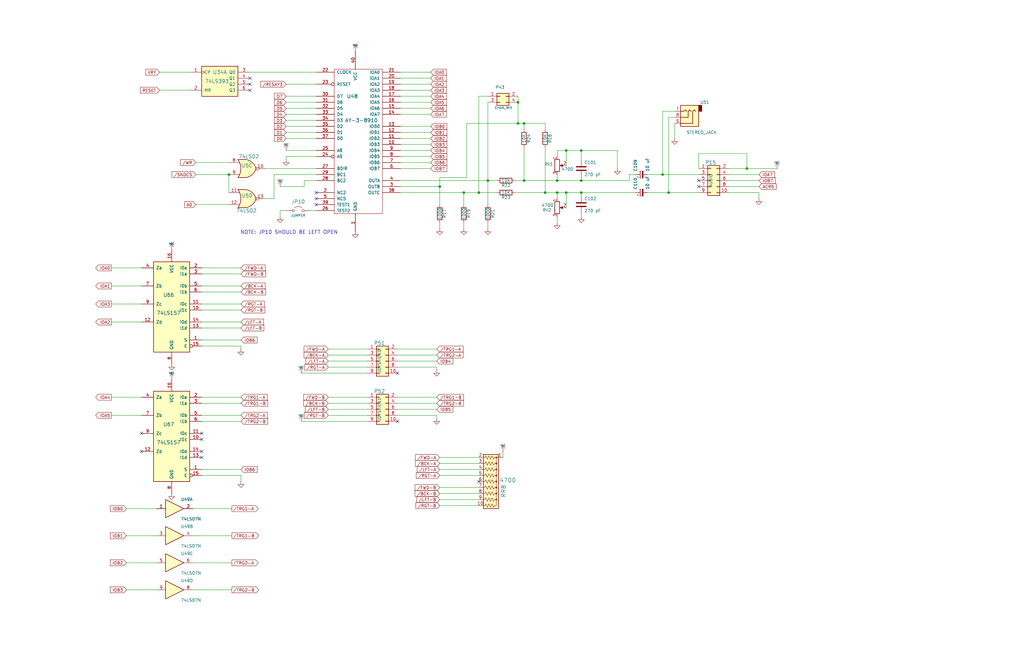
<source format=kicad_sch>
(kicad_sch (version 20250114) (generator "eeschema") (generator_version "9.0")
  (paper "USLedger")
  (title_block (title "N8PC") (date "2025-11-26") (rev "000.9") (comment 1 "https://github.com/danwerner21/N8PC") (comment 2 "Based on work by Andrew Lynch and John Coffman"))
  (lib_symbols
    (symbol "74xx:74LS02" (pin_names (offset 1.016))
      (property "Reference" "U" (at 0 1.27 0))
      (property "Value" "74LS02" (at 0 -1.27 0))
      (symbol "74LS02_1_1"
        (pin input line (at -7.62 2.54 0) (length 4.318) (name "~") (number "2"))
        (pin input line (at -7.62 -2.54 0) (length 4.318) (name "~") (number "3"))
        (pin output inverted (at 7.62 0 180) (length 3.81) (name "~") (number "1"))
      )
      (symbol "74LS02_1_2"
        (pin input inverted (at -7.62 2.54 0) (length 3.81) (name "~") (number "2"))
        (pin input inverted (at -7.62 -2.54 0) (length 3.81) (name "~") (number "3"))
        (pin output line (at 7.62 0 180) (length 3.81) (name "~") (number "1"))
      )
      (symbol "74LS02_2_1"
        (pin input line (at -7.62 2.54 0) (length 4.318) (name "~") (number "5"))
        (pin input line (at -7.62 -2.54 0) (length 4.318) (name "~") (number "6"))
        (pin output inverted (at 7.62 0 180) (length 3.81) (name "~") (number "4"))
      )
      (symbol "74LS02_2_2"
        (pin input inverted (at -7.62 2.54 0) (length 3.81) (name "~") (number "5"))
        (pin input inverted (at -7.62 -2.54 0) (length 3.81) (name "~") (number "6"))
        (pin output line (at 7.62 0 180) (length 3.81) (name "~") (number "4"))
      )
      (symbol "74LS02_3_1"
        (pin input line (at -7.62 2.54 0) (length 4.318) (name "~") (number "8"))
        (pin input line (at -7.62 -2.54 0) (length 4.318) (name "~") (number "9"))
        (pin output inverted (at 7.62 0 180) (length 3.81) (name "~") (number "10"))
      )
      (symbol "74LS02_3_2"
        (pin input inverted (at -7.62 2.54 0) (length 3.81) (name "~") (number "8"))
        (pin input inverted (at -7.62 -2.54 0) (length 3.81) (name "~") (number "9"))
        (pin output line (at 7.62 0 180) (length 3.81) (name "~") (number "10"))
      )
      (symbol "74LS02_4_1"
        (pin input line (at -7.62 2.54 0) (length 4.318) (name "~") (number "11"))
        (pin input line (at -7.62 -2.54 0) (length 4.318) (name "~") (number "12"))
        (pin output inverted (at 7.62 0 180) (length 3.81) (name "~") (number "13"))
      )
      (symbol "74LS02_4_2"
        (pin input inverted (at -7.62 2.54 0) (length 3.81) (name "~") (number "11"))
        (pin input inverted (at -7.62 -2.54 0) (length 3.81) (name "~") (number "12"))
        (pin output line (at 7.62 0 180) (length 3.81) (name "~") (number "13"))
      )
      (symbol "74LS02_5_0"
        (pin power_in line (at 0 12.7 270) (length 5.08) (name "VCC") (number "14"))
        (pin power_in line (at 0 -12.7 90) (length 5.08) (name "GND") (number "7"))
      )
    )
    (symbol "74xx:74LS07" (pin_names (offset 1.016))
      (property "Reference" "U" (at 0 1.27 0))
      (property "Value" "74LS07" (at 0 -1.27 0))
      (symbol "74LS07_1_0"
        (pin input line (at -7.62 0 0) (length 3.81) (name "~") (number "1"))
        (pin open_collector line (at 7.62 0 180) (length 3.81) (name "~") (number "2"))
      )
      (symbol "74LS07_2_0"
        (pin input line (at -7.62 0 0) (length 3.81) (name "~") (number "3"))
        (pin open_collector line (at 7.62 0 180) (length 3.81) (name "~") (number "4"))
      )
      (symbol "74LS07_3_0"
        (pin input line (at -7.62 0 0) (length 3.81) (name "~") (number "5"))
        (pin open_collector line (at 7.62 0 180) (length 3.81) (name "~") (number "6"))
      )
      (symbol "74LS07_4_0"
        (pin input line (at -7.62 0 0) (length 3.81) (name "~") (number "9"))
        (pin open_collector line (at 7.62 0 180) (length 3.81) (name "~") (number "8"))
      )
      (symbol "74LS07_5_0"
        (pin input line (at -7.62 0 0) (length 3.81) (name "~") (number "11"))
        (pin open_collector line (at 7.62 0 180) (length 3.81) (name "~") (number "10"))
      )
      (symbol "74LS07_6_0"
        (pin input line (at -7.62 0 0) (length 3.81) (name "~") (number "13"))
        (pin open_collector line (at 7.62 0 180) (length 3.81) (name "~") (number "12"))
      )
      (symbol "74LS07_7_0"
        (pin power_in line (at 0 12.7 270) (length 5.08) (name "VCC") (number "14"))
        (pin power_in line (at 0 -12.7 90) (length 5.08) (name "GND") (number "7"))
      )
    )
    (symbol "74xx:74LS157" (pin_names (offset 1.016))
      (property "Reference" "U" (at -7.62 19.05 0))
      (property "Value" "74LS157" (at -7.62 -21.59 0))
      (symbol "74LS157_1_0"
        (pin input line (at -12.7 15.24 0) (length 5.08) (name "I0a") (number "2"))
        (pin input line (at -12.7 12.7 0) (length 5.08) (name "I1a") (number "3"))
        (pin input line (at -12.7 7.62 0) (length 5.08) (name "I0b") (number "5"))
        (pin input line (at -12.7 5.08 0) (length 5.08) (name "I1b") (number "6"))
        (pin input line (at -12.7 0 0) (length 5.08) (name "I0c") (number "11"))
        (pin input line (at -12.7 -2.54 0) (length 5.08) (name "I1c") (number "10"))
        (pin input line (at -12.7 -7.62 0) (length 5.08) (name "I0d") (number "14"))
        (pin input line (at -12.7 -10.16 0) (length 5.08) (name "I1d") (number "13"))
        (pin input line (at -12.7 -15.24 0) (length 5.08) (name "S") (number "1"))
        (pin input inverted (at -12.7 -17.78 0) (length 5.08) (name "E") (number "15"))
        (pin power_in line (at 0 22.86 270) (length 5.08) (name "VCC") (number "16"))
        (pin power_in line (at 0 -25.4 90) (length 5.08) (name "GND") (number "8"))
        (pin output line (at 12.7 15.24 180) (length 5.08) (name "Za") (number "4"))
        (pin output line (at 12.7 7.62 180) (length 5.08) (name "Zb") (number "7"))
        (pin output line (at 12.7 0 180) (length 5.08) (name "Zc") (number "9"))
        (pin output line (at 12.7 -7.62 180) (length 5.08) (name "Zd") (number "12"))
      )
    )
    (symbol "74xx:74LS393" (pin_names (offset 1.016))
      (property "Reference" "U" (at -7.62 8.89 0))
      (property "Value" "74LS393" (at -7.62 -8.89 0))
      (symbol "74LS393_1_0"
        (pin input clock (at -12.7 2.54 0) (length 5.08) (name "CP") (number "1"))
        (pin input line (at -12.7 -5.08 0) (length 5.08) (name "MR") (number "2"))
        (pin output line (at 12.7 2.54 180) (length 5.08) (name "Q0") (number "3"))
        (pin output line (at 12.7 0 180) (length 5.08) (name "Q1") (number "4"))
        (pin output line (at 12.7 -2.54 180) (length 5.08) (name "Q2") (number "5"))
        (pin output line (at 12.7 -5.08 180) (length 5.08) (name "Q3") (number "6"))
      )
      (symbol "74LS393_2_0"
        (pin input clock (at -12.7 2.54 0) (length 5.08) (name "CP") (number "13"))
        (pin input line (at -12.7 -5.08 0) (length 5.08) (name "MR") (number "12"))
        (pin output line (at 12.7 2.54 180) (length 5.08) (name "Q0") (number "11"))
        (pin output line (at 12.7 0 180) (length 5.08) (name "Q1") (number "10"))
        (pin output line (at 12.7 -2.54 180) (length 5.08) (name "Q2") (number "9"))
        (pin output line (at 12.7 -5.08 180) (length 5.08) (name "Q3") (number "8"))
      )
      (symbol "74LS393_3_0"
        (pin power_in line (at 0 12.7 270) (length 5.08) (name "VCC") (number "14"))
        (pin power_in line (at 0 -12.7 90) (length 5.08) (name "GND") (number "7"))
      )
    )
    (symbol "Connector_Audio:AudioJack3"
      (property "Reference" "J" (at 0 8.89 0))
      (property "Value" "AudioJack3" (at 0 6.35 0))
      (symbol "AudioJack3_1_1"
        (pin passive line (at 5.08 2.54 180) (length 2.54) (name "~") (number "S"))
        (pin passive line (at 5.08 0 180) (length 2.54) (name "~") (number "R"))
        (pin passive line (at 5.08 -2.54 180) (length 2.54) (name "~") (number "T"))
      )
    )
    (symbol "Connector_Generic:Conn_02x02_Odd_Even" (pin_names (offset 1.016) (hide yes))
      (property "Reference" "J" (at 1.27 2.54 0))
      (property "Value" "Conn_02x02_Odd_Even" (at 1.27 -5.08 0))
      (symbol "Conn_02x02_Odd_Even_1_1"
        (pin passive line (at -5.08 0 0) (length 3.81) (name "Pin_1") (number "1"))
        (pin passive line (at -5.08 -2.54 0) (length 3.81) (name "Pin_3") (number "3"))
        (pin passive line (at 7.62 0 180) (length 3.81) (name "Pin_2") (number "2"))
        (pin passive line (at 7.62 -2.54 180) (length 3.81) (name "Pin_4") (number "4"))
      )
    )
    (symbol "Connector_Generic:Conn_02x05_Odd_Even" (pin_names (offset 1.016) (hide yes))
      (property "Reference" "J" (at 1.27 7.62 0))
      (property "Value" "Conn_02x05_Odd_Even" (at 1.27 -7.62 0))
      (symbol "Conn_02x05_Odd_Even_1_1"
        (pin passive line (at -5.08 5.08 0) (length 3.81) (name "Pin_1") (number "1"))
        (pin passive line (at -5.08 2.54 0) (length 3.81) (name "Pin_3") (number "3"))
        (pin passive line (at -5.08 0 0) (length 3.81) (name "Pin_5") (number "5"))
        (pin passive line (at -5.08 -2.54 0) (length 3.81) (name "Pin_7") (number "7"))
        (pin passive line (at -5.08 -5.08 0) (length 3.81) (name "Pin_9") (number "9"))
        (pin passive line (at 7.62 5.08 180) (length 3.81) (name "Pin_2") (number "2"))
        (pin passive line (at 7.62 2.54 180) (length 3.81) (name "Pin_4") (number "4"))
        (pin passive line (at 7.62 0 180) (length 3.81) (name "Pin_6") (number "6"))
        (pin passive line (at 7.62 -2.54 180) (length 3.81) (name "Pin_8") (number "8"))
        (pin passive line (at 7.62 -5.08 180) (length 3.81) (name "Pin_10") (number "10"))
      )
    )
    (symbol "Custom:AY-3-8910" (pin_names (offset 1.016))
      (property "Reference" "U48" (at -2.54 19.05 0))
      (property "Value" "AY-3-8910" (at 1.27 8.89 0))
      (symbol "AY-3-8910_1_1"
        (pin input line (at -17.78 29.21 0) (length 7.62) (name "CLOCK") (number "22"))
        (pin input inverted (at -17.78 24.13 0) (length 7.62) (name "RESET") (number "23"))
        (pin bidirectional line (at -17.78 19.05 0) (length 7.62) (name "D7") (number "30"))
        (pin bidirectional line (at -17.78 16.51 0) (length 7.62) (name "D6") (number "31"))
        (pin bidirectional line (at -17.78 13.97 0) (length 7.62) (name "D5") (number "32"))
        (pin bidirectional line (at -17.78 11.43 0) (length 7.62) (name "D4") (number "33"))
        (pin bidirectional line (at -17.78 8.89 0) (length 7.62) (name "D3") (number "34"))
        (pin bidirectional line (at -17.78 6.35 0) (length 7.62) (name "D2") (number "35"))
        (pin bidirectional line (at -17.78 3.81 0) (length 7.62) (name "D1") (number "36"))
        (pin bidirectional line (at -17.78 1.27 0) (length 7.62) (name "D0") (number "37"))
        (pin input line (at -17.78 -3.81 0) (length 7.62) (name "A8") (number "25"))
        (pin input inverted (at -17.78 -6.35 0) (length 7.62) (name "A9") (number "24"))
        (pin input line (at -17.78 -11.43 0) (length 7.62) (name "BDIR") (number "27"))
        (pin input line (at -17.78 -13.97 0) (length 7.62) (name "BC1") (number "29"))
        (pin input line (at -17.78 -16.51 0) (length 7.62) (name "BC2") (number "28"))
        (pin input line (at -17.78 -21.59 0) (length 7.62) (name "NC2") (number "2"))
        (pin input line (at -17.78 -24.13 0) (length 7.62) (name "NC5") (number "5"))
        (pin input line (at -17.78 -26.67 0) (length 7.62) (name "TEST1") (number "39"))
        (pin input line (at -17.78 -29.21 0) (length 7.62) (name "TEST2") (number "26"))
        (pin power_in line (at -1.27 38.1 270) (length 7.62) (name "VCC") (number "40"))
        (pin power_in line (at -1.27 -38.1 90) (length 7.62) (name "GND") (number "1"))
        (pin bidirectional line (at 17.78 29.21 180) (length 7.62) (name "IOA0") (number "21"))
        (pin bidirectional line (at 17.78 26.67 180) (length 7.62) (name "IOA1") (number "20"))
        (pin bidirectional line (at 17.78 24.13 180) (length 7.62) (name "IOA2") (number "19"))
        (pin bidirectional line (at 17.78 21.59 180) (length 7.62) (name "IOA3") (number "18"))
        (pin bidirectional line (at 17.78 19.05 180) (length 7.62) (name "IOA4") (number "17"))
        (pin bidirectional line (at 17.78 16.51 180) (length 7.62) (name "IOA5") (number "16"))
        (pin bidirectional line (at 17.78 13.97 180) (length 7.62) (name "IOA6") (number "15"))
        (pin bidirectional line (at 17.78 11.43 180) (length 7.62) (name "IOA7") (number "14"))
        (pin bidirectional line (at 17.78 6.35 180) (length 7.62) (name "IOB0") (number "13"))
        (pin bidirectional line (at 17.78 3.81 180) (length 7.62) (name "IOB1") (number "12"))
        (pin bidirectional line (at 17.78 1.27 180) (length 7.62) (name "IOB2") (number "11"))
        (pin bidirectional line (at 17.78 -1.27 180) (length 7.62) (name "IOB3") (number "10"))
        (pin bidirectional line (at 17.78 -3.81 180) (length 7.62) (name "IOB4") (number "9"))
        (pin bidirectional line (at 17.78 -6.35 180) (length 7.62) (name "IOB5") (number "8"))
        (pin bidirectional line (at 17.78 -8.89 180) (length 7.62) (name "IOB6") (number "7"))
        (pin bidirectional line (at 17.78 -11.43 180) (length 7.62) (name "IOB7") (number "6"))
        (pin output line (at 17.78 -16.51 180) (length 7.62) (name "OUTA") (number "4"))
        (pin output line (at 17.78 -19.05 180) (length 7.62) (name "OUTB") (number "3"))
        (pin output line (at 17.78 -21.59 180) (length 7.62) (name "OUTC") (number "38"))
      )
    )
    (symbol "Device:C" (pin_numbers (hide yes)) (pin_names (offset 0.254))
      (property "Reference" "C" (at 0.635 2.54 0))
      (property "Value" "C" (at 0.635 -2.54 0))
      (symbol "C_1_1"
        (pin passive line (at 0 3.81 270) (length 2.794) (name "~") (number "1"))
        (pin passive line (at 0 -3.81 90) (length 2.794) (name "~") (number "2"))
      )
    )
    (symbol "Device:C_Polarized_Small" (pin_numbers (hide yes)) (pin_names (offset 0.254) (hide yes))
      (property "Reference" "C" (at 0.254 1.778 0))
      (property "Value" "C_Polarized_Small" (at 0.254 -2.032 0))
      (symbol "C_Polarized_Small_1_1"
        (pin passive line (at 0 2.54 270) (length 1.8542) (name "~") (number "1"))
        (pin passive line (at 0 -2.54 90) (length 1.8542) (name "~") (number "2"))
      )
    )
    (symbol "Device:R" (pin_numbers (hide yes)) (pin_names (offset 0))
      (property "Reference" "R" (at 2.032 0 90))
      (property "Value" "R" (at 0 0 90))
      (symbol "R_1_1"
        (pin passive line (at 0 3.81 270) (length 1.27) (name "~") (number "1"))
        (pin passive line (at 0 -3.81 90) (length 1.27) (name "~") (number "2"))
      )
    )
    (symbol "Device:R_Network09_US" (pin_names (offset 0) (hide yes))
      (property "Reference" "RN" (at -12.7 0 90))
      (property "Value" "R_Network09_US" (at 12.7 0 90))
      (symbol "R_Network09_US_1_1"
        (pin passive line (at -10.16 5.08 270) (length 2.54) (name "common") (number "1"))
        (pin passive line (at -10.16 -5.08 90) (length 1.27) (name "R1") (number "2"))
        (pin passive line (at -7.62 -5.08 90) (length 1.27) (name "R2") (number "3"))
        (pin passive line (at -5.08 -5.08 90) (length 1.27) (name "R3") (number "4"))
        (pin passive line (at -2.54 -5.08 90) (length 1.27) (name "R4") (number "5"))
        (pin passive line (at 0 -5.08 90) (length 1.27) (name "R5") (number "6"))
        (pin passive line (at 2.54 -5.08 90) (length 1.27) (name "R6") (number "7"))
        (pin passive line (at 5.08 -5.08 90) (length 1.27) (name "R7") (number "8"))
        (pin passive line (at 7.62 -5.08 90) (length 1.27) (name "R8") (number "9"))
        (pin passive line (at 10.16 -5.08 90) (length 1.27) (name "R9") (number "10"))
      )
    )
    (symbol "Device:R_Potentiometer" (pin_names (offset 1.016) (hide yes))
      (property "Reference" "RV" (at -4.445 0 90))
      (property "Value" "R_Potentiometer" (at -2.54 0 90))
      (symbol "R_Potentiometer_1_1"
        (pin passive line (at 0 3.81 270) (length 1.27) (name "1") (number "1"))
        (pin passive line (at 0 -3.81 90) (length 1.27) (name "3") (number "3"))
        (pin passive line (at 3.81 0 180) (length 1.27) (name "2") (number "2"))
      )
    )
    (symbol "Jumper:Jumper_2_Open" (pin_numbers (hide yes)) (pin_names (offset 0) (hide yes))
      (property "Reference" "JP" (at 0 2.794 0))
      (property "Value" "Jumper_2_Open" (at 0 -2.286 0))
      (symbol "Jumper_2_Open_1_1"
        (pin passive line (at -5.08 0 0) (length 2.54) (name "A") (number "1"))
        (pin passive line (at 5.08 0 180) (length 2.54) (name "B") (number "2"))
      )
    )
    (symbol "power:GND" (power) (pin_numbers (hide yes)) (pin_names (offset 0) (hide yes))
      (property "Value" "GND" (at 0 -3.81 0))
      (symbol "GND_1_1"
        (pin power_in line (at 0 0 270) (length 0) (name "~") (number "1"))
      )
    )
    (symbol "power:VCC" (power) (pin_numbers (hide yes)) (pin_names (offset 0) (hide yes))
      (property "Value" "VCC" (at 0 3.556 0))
      (symbol "VCC_1_1"
        (pin power_in line (at 0 0 90) (length 0) (name "~") (number "1"))
      )
    )
  )
  (text "NOTE: JP10 SHOULD BE LEFT OPEN" (at 101.346 99.06 0) (effects (font (size 1.524 1.524)) (justify left bottom)))
  (junction (at 314.96 71.12))
  (junction (at 220.98 76.2))
  (junction (at 205.74 76.2))
  (junction (at 281.94 81.28))
  (junction (at 238.76 81.28))
  (junction (at 245.11 63.5))
  (junction (at 220.98 52.07))
  (junction (at 245.11 81.28))
  (junction (at 234.95 81.28))
  (junction (at 229.87 81.28))
  (junction (at 195.58 81.28))
  (junction (at 218.44 52.07))
  (junction (at 96.52 73.66))
  (junction (at 234.95 76.2))
  (junction (at 279.4 73.66))
  (junction (at 238.76 63.5))
  (junction (at 185.42 78.74))
  (junction (at 245.11 76.2))
  (junction (at 218.44 43.18))
  (junction (at 201.93 81.28))
  (no_connect (at 105.41 35.56))
  (no_connect (at 201.93 203.2))
  (no_connect (at 133.35 86.36))
  (no_connect (at 85.09 182.88))
  (no_connect (at 85.09 193.04))
  (no_connect (at 105.41 38.1))
  (no_connect (at 59.69 190.5))
  (no_connect (at 133.35 83.82))
  (no_connect (at 294.64 78.74))
  (no_connect (at 59.69 182.88))
  (no_connect (at 85.09 190.5))
  (no_connect (at 167.64 177.8))
  (no_connect (at 85.09 185.42))
  (no_connect (at 133.35 81.28))
  (no_connect (at 105.41 33.02))
  (no_connect (at 167.64 157.48))
  (no_connect (at 294.64 76.2))
  (wire (pts (xy 234.95 73.66) (xy 234.95 76.2)))
  (wire (pts (xy 82.55 86.36) (xy 96.52 86.36)))
  (wire (pts (xy 201.93 205.74) (xy 185.42 205.74)))
  (wire (pts (xy 196.85 52.07) (xy 218.44 52.07)))
  (wire (pts (xy 220.98 52.07) (xy 220.98 54.61)))
  (wire (pts (xy 154.94 175.26) (xy 138.43 175.26)))
  (wire (pts (xy 184.15 149.86) (xy 167.64 149.86)))
  (wire (pts (xy 220.98 52.07) (xy 229.87 52.07)))
  (wire (pts (xy 66.04 237.49) (xy 53.34 237.49)))
  (wire (pts (xy 185.42 74.93) (xy 185.42 78.74)))
  (wire (pts (xy 238.76 69.85) (xy 238.76 63.5)))
  (wire (pts (xy 128.27 76.2) (xy 133.35 76.2)))
  (wire (pts (xy 66.04 226.06) (xy 53.34 226.06)))
  (wire (pts (xy 168.91 78.74) (xy 185.42 78.74)))
  (wire (pts (xy 120.65 63.5) (xy 133.35 63.5)))
  (wire (pts (xy 238.76 81.28) (xy 245.11 81.28)))
  (wire (pts (xy 184.15 172.72) (xy 167.64 172.72)))
  (wire (pts (xy 101.6 167.64) (xy 85.09 167.64)))
  (wire (pts (xy 168.91 81.28) (xy 195.58 81.28)))
  (wire (pts (xy 181.61 33.02) (xy 168.91 33.02)))
  (wire (pts (xy 101.6 138.43) (xy 85.09 138.43)))
  (wire (pts (xy 314.96 64.77) (xy 314.96 71.12)))
  (wire (pts (xy 265.43 73.66) (xy 267.97 73.66)))
  (wire (pts (xy 154.94 149.86) (xy 138.43 149.86)))
  (wire (pts (xy 154.94 172.72) (xy 138.43 172.72)))
  (wire (pts (xy 218.44 43.18) (xy 218.44 52.07)))
  (wire (pts (xy 218.44 52.07) (xy 220.98 52.07)))
  (wire (pts (xy 118.11 88.9) (xy 120.65 88.9)))
  (wire (pts (xy 284.48 49.53) (xy 281.94 49.53)))
  (wire (pts (xy 101.6 120.65) (xy 85.09 120.65)))
  (wire (pts (xy 234.95 81.28) (xy 234.95 83.82)))
  (wire (pts (xy 101.6 143.51) (xy 85.09 143.51)))
  (wire (pts (xy 220.98 76.2) (xy 234.95 76.2)))
  (wire (pts (xy 201.93 200.66) (xy 185.42 200.66)))
  (wire (pts (xy 118.11 88.9) (xy 118.11 91.44)))
  (wire (pts (xy 101.6 146.05) (xy 101.6 147.32)))
  (wire (pts (xy 97.79 248.92) (xy 81.28 248.92)))
  (wire (pts (xy 181.61 48.26) (xy 168.91 48.26)))
  (wire (pts (xy 120.65 66.04) (xy 120.65 67.31)))
  (wire (pts (xy 185.42 74.93) (xy 196.85 74.93)))
  (wire (pts (xy 320.04 76.2) (xy 307.34 76.2)))
  (wire (pts (xy 234.95 76.2) (xy 245.11 76.2)))
  (wire (pts (xy 181.61 40.64) (xy 168.91 40.64)))
  (wire (pts (xy 195.58 93.98) (xy 195.58 96.52)))
  (wire (pts (xy 320.04 81.28) (xy 320.04 83.82)))
  (wire (pts (xy 229.87 62.23) (xy 229.87 81.28)))
  (wire (pts (xy 185.42 78.74) (xy 185.42 86.36)))
  (wire (pts (xy 101.6 135.89) (xy 85.09 135.89)))
  (wire (pts (xy 201.93 208.28) (xy 185.42 208.28)))
  (wire (pts (xy 181.61 30.48) (xy 168.91 30.48)))
  (wire (pts (xy 314.96 64.77) (xy 294.64 64.77)))
  (wire (pts (xy 97.79 226.06) (xy 81.28 226.06)))
  (wire (pts (xy 128.27 78.74) (xy 128.27 76.2)))
  (wire (pts (xy 101.6 113.03) (xy 85.09 113.03)))
  (wire (pts (xy 181.61 63.5) (xy 168.91 63.5)))
  (wire (pts (xy 218.44 40.64) (xy 218.44 43.18)))
  (wire (pts (xy 245.11 63.5) (xy 260.35 63.5)))
  (wire (pts (xy 82.55 73.66) (xy 96.52 73.66)))
  (wire (pts (xy 234.95 91.44) (xy 234.95 93.98)))
  (wire (pts (xy 181.61 68.58) (xy 168.91 68.58)))
  (wire (pts (xy 59.69 113.03) (xy 46.99 113.03)))
  (wire (pts (xy 220.98 62.23) (xy 220.98 76.2)))
  (wire (pts (xy 184.15 175.26) (xy 167.64 175.26)))
  (wire (pts (xy 245.11 90.17) (xy 245.11 91.44)))
  (wire (pts (xy 307.34 78.74) (xy 320.04 78.74)))
  (wire (pts (xy 59.69 120.65) (xy 46.99 120.65)))
  (wire (pts (xy 307.34 81.28) (xy 320.04 81.28)))
  (wire (pts (xy 120.65 48.26) (xy 133.35 48.26)))
  (wire (pts (xy 201.93 210.82) (xy 185.42 210.82)))
  (wire (pts (xy 205.74 76.2) (xy 205.74 86.36)))
  (wire (pts (xy 120.65 66.04) (xy 133.35 66.04)))
  (wire (pts (xy 120.65 45.72) (xy 133.35 45.72)))
  (wire (pts (xy 320.04 73.66) (xy 307.34 73.66)))
  (wire (pts (xy 201.93 81.28) (xy 201.93 40.64)))
  (wire (pts (xy 234.95 81.28) (xy 238.76 81.28)))
  (wire (pts (xy 195.58 81.28) (xy 201.93 81.28)))
  (wire (pts (xy 217.17 81.28) (xy 229.87 81.28)))
  (wire (pts (xy 154.94 147.32) (xy 138.43 147.32)))
  (wire (pts (xy 184.15 154.94) (xy 167.64 154.94)))
  (wire (pts (xy 120.65 53.34) (xy 133.35 53.34)))
  (wire (pts (xy 234.95 63.5) (xy 234.95 66.04)))
  (wire (pts (xy 101.6 128.27) (xy 85.09 128.27)))
  (wire (pts (xy 184.15 154.94) (xy 184.15 156.21)))
  (wire (pts (xy 97.79 214.63) (xy 81.28 214.63)))
  (wire (pts (xy 181.61 71.12) (xy 168.91 71.12)))
  (wire (pts (xy 96.52 73.66) (xy 96.52 81.28)))
  (wire (pts (xy 181.61 35.56) (xy 168.91 35.56)))
  (wire (pts (xy 201.93 198.12) (xy 185.42 198.12)))
  (wire (pts (xy 265.43 76.2) (xy 265.43 73.66)))
  (wire (pts (xy 101.6 198.12) (xy 85.09 198.12)))
  (wire (pts (xy 185.42 93.98) (xy 185.42 96.52)))
  (wire (pts (xy 234.95 63.5) (xy 238.76 63.5)))
  (wire (pts (xy 201.93 81.28) (xy 209.55 81.28)))
  (wire (pts (xy 284.48 52.07) (xy 284.48 58.42)))
  (wire (pts (xy 67.31 38.1) (xy 80.01 38.1)))
  (wire (pts (xy 205.74 93.98) (xy 205.74 96.52)))
  (wire (pts (xy 184.15 167.64) (xy 167.64 167.64)))
  (wire (pts (xy 205.74 76.2) (xy 209.55 76.2)))
  (wire (pts (xy 238.76 81.28) (xy 238.76 87.63)))
  (wire (pts (xy 154.94 152.4) (xy 138.43 152.4)))
  (wire (pts (xy 205.74 43.18) (xy 205.74 76.2)))
  (wire (pts (xy 101.6 177.8) (xy 85.09 177.8)))
  (wire (pts (xy 101.6 170.18) (xy 85.09 170.18)))
  (wire (pts (xy 82.55 68.58) (xy 96.52 68.58)))
  (wire (pts (xy 245.11 81.28) (xy 267.97 81.28)))
  (wire (pts (xy 59.69 135.89) (xy 46.99 135.89)))
  (wire (pts (xy 245.11 76.2) (xy 265.43 76.2)))
  (wire (pts (xy 101.6 115.57) (xy 85.09 115.57)))
  (wire (pts (xy 273.05 73.66) (xy 279.4 73.66)))
  (wire (pts (xy 97.79 237.49) (xy 81.28 237.49)))
  (wire (pts (xy 238.76 63.5) (xy 245.11 63.5)))
  (wire (pts (xy 212.09 190.5) (xy 212.09 193.04)))
  (wire (pts (xy 115.57 73.66) (xy 115.57 83.82)))
  (wire (pts (xy 127 177.8) (xy 154.94 177.8)))
  (wire (pts (xy 168.91 76.2) (xy 205.74 76.2)))
  (wire (pts (xy 101.6 146.05) (xy 85.09 146.05)))
  (wire (pts (xy 127 157.48) (xy 154.94 157.48)))
  (wire (pts (xy 66.04 248.92) (xy 53.34 248.92)))
  (wire (pts (xy 133.35 35.56) (xy 120.65 35.56)))
  (wire (pts (xy 154.94 154.94) (xy 138.43 154.94)))
  (wire (pts (xy 115.57 83.82) (xy 111.76 83.82)))
  (wire (pts (xy 184.15 170.18) (xy 167.64 170.18)))
  (wire (pts (xy 120.65 43.18) (xy 133.35 43.18)))
  (wire (pts (xy 229.87 81.28) (xy 234.95 81.28)))
  (wire (pts (xy 201.93 40.64) (xy 205.74 40.64)))
  (wire (pts (xy 120.65 50.8) (xy 133.35 50.8)))
  (wire (pts (xy 229.87 52.07) (xy 229.87 54.61)))
  (wire (pts (xy 101.6 130.81) (xy 85.09 130.81)))
  (wire (pts (xy 181.61 60.96) (xy 168.91 60.96)))
  (wire (pts (xy 118.11 78.74) (xy 128.27 78.74)))
  (wire (pts (xy 273.05 81.28) (xy 281.94 81.28)))
  (wire (pts (xy 184.15 147.32) (xy 167.64 147.32)))
  (wire (pts (xy 101.6 123.19) (xy 85.09 123.19)))
  (wire (pts (xy 314.96 71.12) (xy 327.66 71.12)))
  (wire (pts (xy 154.94 167.64) (xy 138.43 167.64)))
  (wire (pts (xy 120.65 40.64) (xy 133.35 40.64)))
  (wire (pts (xy 181.61 43.18) (xy 168.91 43.18)))
  (wire (pts (xy 284.48 46.99) (xy 279.4 46.99)))
  (wire (pts (xy 181.61 58.42) (xy 168.91 58.42)))
  (wire (pts (xy 66.04 214.63) (xy 53.34 214.63)))
  (wire (pts (xy 59.69 175.26) (xy 46.99 175.26)))
  (wire (pts (xy 281.94 81.28) (xy 294.64 81.28)))
  (wire (pts (xy 217.17 76.2) (xy 220.98 76.2)))
  (wire (pts (xy 101.6 175.26) (xy 85.09 175.26)))
  (wire (pts (xy 120.65 55.88) (xy 133.35 55.88)))
  (wire (pts (xy 181.61 55.88) (xy 168.91 55.88)))
  (wire (pts (xy 294.64 64.77) (xy 294.64 71.12)))
  (wire (pts (xy 279.4 73.66) (xy 294.64 73.66)))
  (wire (pts (xy 181.61 66.04) (xy 168.91 66.04)))
  (wire (pts (xy 154.94 170.18) (xy 138.43 170.18)))
  (wire (pts (xy 130.81 88.9) (xy 133.35 88.9)))
  (wire (pts (xy 59.69 167.64) (xy 46.99 167.64)))
  (wire (pts (xy 120.65 58.42) (xy 133.35 58.42)))
  (wire (pts (xy 101.6 200.66) (xy 101.6 203.2)))
  (wire (pts (xy 111.76 71.12) (xy 133.35 71.12)))
  (wire (pts (xy 59.69 128.27) (xy 46.99 128.27)))
  (wire (pts (xy 67.31 30.48) (xy 80.01 30.48)))
  (wire (pts (xy 101.6 200.66) (xy 85.09 200.66)))
  (wire (pts (xy 184.15 152.4) (xy 167.64 152.4)))
  (wire (pts (xy 181.61 38.1) (xy 168.91 38.1)))
  (wire (pts (xy 281.94 49.53) (xy 281.94 81.28)))
  (wire (pts (xy 307.34 71.12) (xy 314.96 71.12)))
  (wire (pts (xy 201.93 193.04) (xy 185.42 193.04)))
  (wire (pts (xy 195.58 81.28) (xy 195.58 86.36)))
  (wire (pts (xy 245.11 81.28) (xy 245.11 82.55)))
  (wire (pts (xy 184.15 175.26) (xy 184.15 176.53)))
  (wire (pts (xy 201.93 213.36) (xy 185.42 213.36)))
  (wire (pts (xy 196.85 74.93) (xy 196.85 52.07)))
  (wire (pts (xy 260.35 63.5) (xy 260.35 71.12)))
  (wire (pts (xy 181.61 53.34) (xy 168.91 53.34)))
  (wire (pts (xy 181.61 45.72) (xy 168.91 45.72)))
  (wire (pts (xy 245.11 63.5) (xy 245.11 67.31)))
  (wire (pts (xy 133.35 73.66) (xy 115.57 73.66)))
  (wire (pts (xy 201.93 195.58) (xy 185.42 195.58)))
  (wire (pts (xy 245.11 74.93) (xy 245.11 76.2)))
  (wire (pts (xy 105.41 30.48) (xy 133.35 30.48)))
  (wire (pts (xy 279.4 46.99) (xy 279.4 73.66)))
  (global_label "IOB4" (shape input) (at 181.61 63.5 0) (property "Intersheetrefs" "${INTERSHEET_REFS}" (effects (hide yes))))
  (global_label "IOA5" (shape input) (at 181.61 43.18 0) (property "Intersheetrefs" "${INTERSHEET_REFS}" (effects (hide yes))))
  (global_label "{slash}TRG1-B" (shape output) (at 97.79 226.06 0) (property "Intersheetrefs" "${INTERSHEET_REFS}" (effects (hide yes))))
  (global_label "RESET" (shape input) (at 67.31 38.1 180) (property "Intersheetrefs" "${INTERSHEET_REFS}" (effects (hide yes))))
  (global_label "VRY" (shape input) (at 67.31 30.48 180) (property "Intersheetrefs" "${INTERSHEET_REFS}" (effects (hide yes))))
  (global_label "{slash}RGT-B" (shape input) (at 138.43 175.26 180) (property "Intersheetrefs" "${INTERSHEET_REFS}" (effects (hide yes))))
  (global_label "{slash}RESAY3" (shape input) (at 120.65 35.56 180) (property "Intersheetrefs" "${INTERSHEET_REFS}" (effects (hide yes))))
  (global_label "IOA0" (shape output) (at 46.99 113.03 180) (property "Intersheetrefs" "${INTERSHEET_REFS}" (effects (hide yes))))
  (global_label "{slash}FWD-A" (shape input) (at 138.43 147.32 180) (property "Intersheetrefs" "${INTERSHEET_REFS}" (effects (hide yes))))
  (global_label "{slash}TRG2-B" (shape input) (at 101.6 177.8 0) (property "Intersheetrefs" "${INTERSHEET_REFS}" (effects (hide yes))))
  (global_label "IOB3" (shape input) (at 181.61 60.96 0) (property "Intersheetrefs" "${INTERSHEET_REFS}" (effects (hide yes))))
  (global_label "{slash}RGT-A" (shape input) (at 185.42 200.66 180) (property "Intersheetrefs" "${INTERSHEET_REFS}" (effects (hide yes))))
  (global_label "ACR5" (shape input) (at 320.04 78.74 0) (property "Intersheetrefs" "${INTERSHEET_REFS}" (effects (hide yes))))
  (global_label "{slash}FWD-A" (shape input) (at 101.6 113.03 0) (property "Intersheetrefs" "${INTERSHEET_REFS}" (effects (hide yes))))
  (global_label "IOB6" (shape input) (at 181.61 68.58 0) (property "Intersheetrefs" "${INTERSHEET_REFS}" (effects (hide yes))))
  (global_label "{slash}FWD-A" (shape input) (at 185.42 193.04 180) (property "Intersheetrefs" "${INTERSHEET_REFS}" (effects (hide yes))))
  (global_label "{slash}RGT-A" (shape input) (at 138.43 154.94 180) (property "Intersheetrefs" "${INTERSHEET_REFS}" (effects (hide yes))))
  (global_label "{slash}TRG1-A" (shape output) (at 97.79 214.63 0) (property "Intersheetrefs" "${INTERSHEET_REFS}" (effects (hide yes))))
  (global_label "IOA4" (shape output) (at 46.99 167.64 180) (property "Intersheetrefs" "${INTERSHEET_REFS}" (effects (hide yes))))
  (global_label "IOA1" (shape output) (at 46.99 120.65 180) (property "Intersheetrefs" "${INTERSHEET_REFS}" (effects (hide yes))))
  (global_label "IOB1" (shape input) (at 53.34 226.06 180) (property "Intersheetrefs" "${INTERSHEET_REFS}" (effects (hide yes))))
  (global_label "{slash}BCK-A" (shape input) (at 138.43 149.86 180) (property "Intersheetrefs" "${INTERSHEET_REFS}" (effects (hide yes))))
  (global_label "{slash}BCK-B" (shape input) (at 101.6 123.19 0) (property "Intersheetrefs" "${INTERSHEET_REFS}" (effects (hide yes))))
  (global_label "IOB6" (shape input) (at 101.6 198.12 0) (property "Intersheetrefs" "${INTERSHEET_REFS}" (effects (hide yes))))
  (global_label "IOA0" (shape input) (at 181.61 30.48 0) (property "Intersheetrefs" "${INTERSHEET_REFS}" (effects (hide yes))))
  (global_label "{slash}FWD-B" (shape input) (at 185.42 205.74 180) (property "Intersheetrefs" "${INTERSHEET_REFS}" (effects (hide yes))))
  (global_label "{slash}LFT-B" (shape input) (at 185.42 210.82 180) (property "Intersheetrefs" "${INTERSHEET_REFS}" (effects (hide yes))))
  (global_label "D4" (shape input) (at 120.65 48.26 180) (property "Intersheetrefs" "${INTERSHEET_REFS}" (effects (hide yes))))
  (global_label "{slash}BCK-A" (shape input) (at 101.6 120.65 0) (property "Intersheetrefs" "${INTERSHEET_REFS}" (effects (hide yes))))
  (global_label "IOA2" (shape input) (at 181.61 35.56 0) (property "Intersheetrefs" "${INTERSHEET_REFS}" (effects (hide yes))))
  (global_label "IOB0" (shape input) (at 53.34 214.63 180) (property "Intersheetrefs" "${INTERSHEET_REFS}" (effects (hide yes))))
  (global_label "IOA7" (shape input) (at 320.04 73.66 0) (property "Intersheetrefs" "${INTERSHEET_REFS}" (effects (hide yes))))
  (global_label "{slash}RGT-B" (shape input) (at 185.42 213.36 180) (property "Intersheetrefs" "${INTERSHEET_REFS}" (effects (hide yes))))
  (global_label "IOB6" (shape input) (at 101.6 143.51 0) (property "Intersheetrefs" "${INTERSHEET_REFS}" (effects (hide yes))))
  (global_label "{slash}TRG1-B" (shape input) (at 101.6 170.18 0) (property "Intersheetrefs" "${INTERSHEET_REFS}" (effects (hide yes))))
  (global_label "D7" (shape input) (at 120.65 40.64 180) (property "Intersheetrefs" "${INTERSHEET_REFS}" (effects (hide yes))))
  (global_label "{slash}TRG1-A" (shape input) (at 184.15 147.32 0) (property "Intersheetrefs" "${INTERSHEET_REFS}" (effects (hide yes))))
  (global_label "IOB1" (shape input) (at 181.61 55.88 0) (property "Intersheetrefs" "${INTERSHEET_REFS}" (effects (hide yes))))
  (global_label "{slash}RGT-B" (shape input) (at 101.6 130.81 0) (property "Intersheetrefs" "${INTERSHEET_REFS}" (effects (hide yes))))
  (global_label "{slash}TRG2-B" (shape output) (at 97.79 248.92 0) (property "Intersheetrefs" "${INTERSHEET_REFS}" (effects (hide yes))))
  (global_label "{slash}BCK-A" (shape input) (at 185.42 195.58 180) (property "Intersheetrefs" "${INTERSHEET_REFS}" (effects (hide yes))))
  (global_label "D6" (shape input) (at 120.65 43.18 180) (property "Intersheetrefs" "${INTERSHEET_REFS}" (effects (hide yes))))
  (global_label "{slash}TRG2-B" (shape input) (at 184.15 170.18 0) (property "Intersheetrefs" "${INTERSHEET_REFS}" (effects (hide yes))))
  (global_label "IOA3" (shape input) (at 181.61 38.1 0) (property "Intersheetrefs" "${INTERSHEET_REFS}" (effects (hide yes))))
  (global_label "{slash}SNDCS" (shape input) (at 82.55 73.66 180) (property "Intersheetrefs" "${INTERSHEET_REFS}" (effects (hide yes))))
  (global_label "D0" (shape input) (at 120.65 58.42 180) (property "Intersheetrefs" "${INTERSHEET_REFS}" (effects (hide yes))))
  (global_label "IOB2" (shape input) (at 181.61 58.42 0) (property "Intersheetrefs" "${INTERSHEET_REFS}" (effects (hide yes))))
  (global_label "IOA5" (shape output) (at 46.99 175.26 180) (property "Intersheetrefs" "${INTERSHEET_REFS}" (effects (hide yes))))
  (global_label "A0" (shape input) (at 82.55 86.36 180) (property "Intersheetrefs" "${INTERSHEET_REFS}" (effects (hide yes))))
  (global_label "{slash}BCK-B" (shape input) (at 138.43 170.18 180) (property "Intersheetrefs" "${INTERSHEET_REFS}" (effects (hide yes))))
  (global_label "{slash}TRG1-A" (shape input) (at 101.6 167.64 0) (property "Intersheetrefs" "${INTERSHEET_REFS}" (effects (hide yes))))
  (global_label "IOB5" (shape input) (at 184.15 172.72 0) (property "Intersheetrefs" "${INTERSHEET_REFS}" (effects (hide yes))))
  (global_label "IOB7" (shape input) (at 320.04 76.2 0) (property "Intersheetrefs" "${INTERSHEET_REFS}" (effects (hide yes))))
  (global_label "{slash}LFT-B" (shape input) (at 138.43 172.72 180) (property "Intersheetrefs" "${INTERSHEET_REFS}" (effects (hide yes))))
  (global_label "{slash}TRG1-B" (shape input) (at 184.15 167.64 0) (property "Intersheetrefs" "${INTERSHEET_REFS}" (effects (hide yes))))
  (global_label "{slash}TRG2-A" (shape output) (at 97.79 237.49 0) (property "Intersheetrefs" "${INTERSHEET_REFS}" (effects (hide yes))))
  (global_label "{slash}TRG2-A" (shape input) (at 101.6 175.26 0) (property "Intersheetrefs" "${INTERSHEET_REFS}" (effects (hide yes))))
  (global_label "D3" (shape input) (at 120.65 50.8 180) (property "Intersheetrefs" "${INTERSHEET_REFS}" (effects (hide yes))))
  (global_label "{slash}LFT-A" (shape input) (at 185.42 198.12 180) (property "Intersheetrefs" "${INTERSHEET_REFS}" (effects (hide yes))))
  (global_label "{slash}BCK-B" (shape input) (at 185.42 208.28 180) (property "Intersheetrefs" "${INTERSHEET_REFS}" (effects (hide yes))))
  (global_label "IOB4" (shape input) (at 184.15 152.4 0) (property "Intersheetrefs" "${INTERSHEET_REFS}" (effects (hide yes))))
  (global_label "IOB7" (shape input) (at 181.61 71.12 0) (property "Intersheetrefs" "${INTERSHEET_REFS}" (effects (hide yes))))
  (global_label "D5" (shape input) (at 120.65 45.72 180) (property "Intersheetrefs" "${INTERSHEET_REFS}" (effects (hide yes))))
  (global_label "IOB2" (shape input) (at 53.34 237.49 180) (property "Intersheetrefs" "${INTERSHEET_REFS}" (effects (hide yes))))
  (global_label "D2" (shape input) (at 120.65 53.34 180) (property "Intersheetrefs" "${INTERSHEET_REFS}" (effects (hide yes))))
  (global_label "{slash}TRG2-A" (shape input) (at 184.15 149.86 0) (property "Intersheetrefs" "${INTERSHEET_REFS}" (effects (hide yes))))
  (global_label "IOB3" (shape input) (at 53.34 248.92 180) (property "Intersheetrefs" "${INTERSHEET_REFS}" (effects (hide yes))))
  (global_label "{slash}WR" (shape input) (at 82.55 68.58 180) (property "Intersheetrefs" "${INTERSHEET_REFS}" (effects (hide yes))))
  (global_label "IOB5" (shape input) (at 181.61 66.04 0) (property "Intersheetrefs" "${INTERSHEET_REFS}" (effects (hide yes))))
  (global_label "{slash}FWD-B" (shape input) (at 138.43 167.64 180) (property "Intersheetrefs" "${INTERSHEET_REFS}" (effects (hide yes))))
  (global_label "D1" (shape input) (at 120.65 55.88 180) (property "Intersheetrefs" "${INTERSHEET_REFS}" (effects (hide yes))))
  (global_label "{slash}FWD-B" (shape input) (at 101.6 115.57 0) (property "Intersheetrefs" "${INTERSHEET_REFS}" (effects (hide yes))))
  (global_label "IOA3" (shape output) (at 46.99 128.27 180) (property "Intersheetrefs" "${INTERSHEET_REFS}" (effects (hide yes))))
  (global_label "{slash}RGT-A" (shape input) (at 101.6 128.27 0) (property "Intersheetrefs" "${INTERSHEET_REFS}" (effects (hide yes))))
  (global_label "{slash}LFT-B" (shape input) (at 101.6 138.43 0) (property "Intersheetrefs" "${INTERSHEET_REFS}" (effects (hide yes))))
  (global_label "IOA1" (shape input) (at 181.61 33.02 0) (property "Intersheetrefs" "${INTERSHEET_REFS}" (effects (hide yes))))
  (global_label "{slash}LFT-A" (shape input) (at 138.43 152.4 180) (property "Intersheetrefs" "${INTERSHEET_REFS}" (effects (hide yes))))
  (global_label "IOA2" (shape output) (at 46.99 135.89 180) (property "Intersheetrefs" "${INTERSHEET_REFS}" (effects (hide yes))))
  (global_label "IOA4" (shape input) (at 181.61 40.64 0) (property "Intersheetrefs" "${INTERSHEET_REFS}" (effects (hide yes))))
  (global_label "{slash}LFT-A" (shape input) (at 101.6 135.89 0) (property "Intersheetrefs" "${INTERSHEET_REFS}" (effects (hide yes))))
  (global_label "IOA6" (shape input) (at 181.61 45.72 0) (property "Intersheetrefs" "${INTERSHEET_REFS}" (effects (hide yes))))
  (global_label "IOA7" (shape input) (at 181.61 48.26 0) (property "Intersheetrefs" "${INTERSHEET_REFS}" (effects (hide yes))))
  (global_label "IOB0" (shape input) (at 181.61 53.34 0) (property "Intersheetrefs" "${INTERSHEET_REFS}" (effects (hide yes))))
  (symbol (lib_id "Jumper:Jumper_2_Open") (at 125.73 88.9 0) (unit 1)
    (property "Reference" "JP10" (at 125.73 85.09 0) (effects (font (size 1.524 1.524))))
    (property "Value" "JUMPER" (at 125.73 90.932 0) (effects (font (size 1.016 1.016))))
    (property "Footprint" "Custom:STD_DDW_PINHEAD_V_1x02" (effects (hide yes)))
    (property "Description" "Jumper, 2-pole, open" (effects (hide yes)))
  )
  (symbol (lib_id "Device:R_Potentiometer") (at 234.95 87.63 0) (unit 1)
    (property "Reference" "RV2" (at 230.632 88.646 0))
    (property "Value" "4700" (at 230.886 86.614 0))
    (property "Footprint" "Custom:STD_DDW_Potentiometer" (effects (hide yes)))
    (property "Description" "Potentiometer" (effects (hide yes)))
  )
  (symbol (lib_id "Device:R_Potentiometer") (at 234.95 69.85 0) (unit 1)
    (property "Reference" "RV1" (at 231.394 69.342 0))
    (property "Value" "4700" (at 239.268 71.374 0))
    (property "Footprint" "Custom:STD_DDW_Potentiometer" (effects (hide yes)))
    (property "Description" "Potentiometer" (effects (hide yes)))
  )
  (symbol (lib_id "Device:R") (at 220.98 58.42 0) (unit 1)
    (property "Reference" "R24" (at 223.012 58.42 90))
    (property "Value" "10K" (at 220.98 58.42 90))
    (property "Footprint" "Custom:STD_DDW_RESISTOR" (effects (hide yes)))
    (property "Description" "Resistor" (effects (hide yes)))
  )
  (symbol (lib_id "Device:R") (at 213.36 76.2 270) (unit 1)
    (property "Reference" "R22" (at 213.36 78.232 90))
    (property "Value" "10K" (at 213.36 76.2 90))
    (property "Footprint" "Custom:STD_DDW_RESISTOR" (effects (hide yes)))
    (property "Description" "Resistor" (effects (hide yes)))
  )
  (symbol (lib_id "Device:R") (at 213.36 81.28 270) (unit 1)
    (property "Reference" "R23" (at 213.36 83.312 90))
    (property "Value" "10K" (at 213.36 81.28 90))
    (property "Footprint" "Custom:STD_DDW_RESISTOR" (effects (hide yes)))
    (property "Description" "Resistor" (effects (hide yes)))
  )
  (symbol (lib_id "Device:R") (at 205.74 90.17 0) (unit 1)
    (property "Reference" "R21" (at 207.772 90.17 90))
    (property "Value" "1000" (at 205.74 90.17 90))
    (property "Footprint" "Custom:STD_DDW_RESISTOR" (effects (hide yes)))
    (property "Description" "Resistor" (effects (hide yes)))
  )
  (symbol (lib_id "Device:R") (at 195.58 90.17 0) (unit 1)
    (property "Reference" "R19" (at 197.612 90.17 90))
    (property "Value" "1000" (at 195.58 90.17 90))
    (property "Footprint" "Custom:STD_DDW_RESISTOR" (effects (hide yes)))
    (property "Description" "Resistor" (effects (hide yes)))
  )
  (symbol (lib_id "Device:R") (at 185.42 90.17 0) (unit 1)
    (property "Reference" "R17" (at 187.452 90.17 90))
    (property "Value" "1000" (at 185.42 90.17 90))
    (property "Footprint" "Custom:STD_DDW_RESISTOR" (effects (hide yes)))
    (property "Description" "Resistor" (effects (hide yes)))
  )
  (symbol (lib_id "Connector_Audio:AudioJack3") (at 289.56 49.53 180) (unit 1)
    (property "Reference" "U51" (at 297.18 43.18 0))
    (property "Value" "STEREO_JACK" (at 295.91 55.88 0))
    (property "Footprint" "Custom:STD_DDW_Jack_3.5mm" (effects (hide yes)))
    (property "Description" "Audio Jack, 3 Poles (Stereo / TRS)" (effects (hide yes)))
  )
  (symbol (lib_id "74xx:74LS157") (at 72.39 128.27 0) (mirror y) (unit 1)
    (property "Reference" "U66" (at 71.12 124.46 0) (effects (font (size 1.524 1.524))))
    (property "Value" "74LS157" (at 71.12 132.08 0) (effects (font (size 1.524 1.524))))
    (property "Footprint" "Custom:STD_DDW_DIP16" (effects (hide yes)))
    (property "Datasheet" "http://www.ti.com/lit/gpn/sn74LS157" (effects (hide yes)))
    (property "Description" "Quad 2 to 1 line Multiplexer" (effects (hide yes)))
  )
  (symbol (lib_id "74xx:74LS157") (at 72.39 182.88 0) (mirror y) (unit 1)
    (property "Reference" "U67" (at 71.12 179.07 0) (effects (font (size 1.524 1.524))))
    (property "Value" "74LS157" (at 71.12 186.69 0) (effects (font (size 1.524 1.524))))
    (property "Footprint" "Custom:STD_DDW_DIP16" (effects (hide yes)))
    (property "Datasheet" "http://www.ti.com/lit/gpn/sn74LS157" (effects (hide yes)))
    (property "Description" "Quad 2 to 1 line Multiplexer" (effects (hide yes)))
  )
  (symbol (lib_id "Connector_Generic:Conn_02x02_Odd_Even") (at 210.82 40.64 0) (unit 1)
    (property "Reference" "P43" (at 210.82 36.83 0))
    (property "Value" "CHAN_MIX" (at 212.344 45.466 0) (effects (font (size 1.016 1.016))))
    (property "Footprint" "Custom:STD_DDW_PinHeader_2x02" (effects (hide yes)))
    (property "Description" "Generic connector, double row, 02x02, odd/even pin numbering scheme (row 1 odd numbers, row 2 even numbers), script generated (kicad-library-utils/schlib/autogen/connector/)" (effects (hide yes)))
  )
  (symbol (lib_id "Device:R_Network09_US") (at 207.01 203.2 270) (unit 1)
    (property "Reference" "RR8" (at 212.344 207.264 0) (effects (font (size 1.778 1.778))))
    (property "Value" "4700" (at 214.122 202.692 90) (effects (font (size 1.778 1.778))))
    (property "Footprint" "Custom:STD_DDW_SIP10" (effects (hide yes)))
    (property "Datasheet" "http://www.vishay.com/docs/31509/csc.pdf" (effects (hide yes)))
    (property "Description" "9 resistor network, star topology, bussed resistors, small US symbol" (effects (hide yes)))
  )
  (symbol (lib_id "Connector_Generic:Conn_02x05_Odd_Even") (at 160.02 152.4 0) (unit 1)
    (property "Reference" "P51" (at 160.02 144.78 0) (effects (font (size 1.524 1.524))))
    (property "Value" "JOYSTICK0" (at 160.02 152.4 90))
    (property "Footprint" "Custom:STD_DDW_PINHEAD_V_2x05" (effects (hide yes)))
    (property "Description" "Generic connector, double row, 02x05, odd/even pin numbering scheme (row 1 odd numbers, row 2 even numbers), script generated (kicad-library-utils/schlib/autogen/connector/)" (effects (hide yes)))
  )
  (symbol (lib_id "Connector_Generic:Conn_02x05_Odd_Even") (at 160.02 172.72 0) (unit 1)
    (property "Reference" "P52" (at 160.02 165.1 0) (effects (font (size 1.524 1.524))))
    (property "Value" "JOYSTICK1" (at 160.02 172.72 90))
    (property "Footprint" "Custom:STD_DDW_PINHEAD_V_2x05" (effects (hide yes)))
    (property "Description" "Generic connector, double row, 02x05, odd/even pin numbering scheme (row 1 odd numbers, row 2 even numbers), script generated (kicad-library-utils/schlib/autogen/connector/)" (effects (hide yes)))
  )
  (symbol (lib_id "Device:R") (at 229.87 58.42 0) (unit 1)
    (property "Reference" "R16" (at 231.902 58.42 90))
    (property "Value" "10K" (at 229.87 58.42 90))
    (property "Footprint" "Custom:STD_DDW_RESISTOR" (effects (hide yes)))
    (property "Description" "Resistor" (effects (hide yes)))
  )
  (symbol (lib_id "74xx:74LS02") (at 104.14 71.12 0) (unit 3)
    (property "Reference" "U5" (at 104.14 69.85 0) (effects (font (size 1.524 1.524))))
    (property "Value" "74LS02" (at 104.902 66.04 0) (effects (font (size 1.524 1.524))))
    (property "Footprint" "Custom:STD_DDW_DIP14" (effects (hide yes)))
    (property "Datasheet" "http://www.ti.com/lit/gpn/sn74ls02" (effects (hide yes)))
    (property "Description" "quad 2-input NOR gate" (effects (hide yes)))
  )
  (symbol (lib_id "74xx:74LS07") (at 73.66 226.06 0) (unit 2)
    (property "Reference" "U49" (at 76.2 222.885 0) (effects (justify left bottom)))
    (property "Value" "74LS07N" (at 76.2 231.14 0) (effects (justify left bottom)))
    (property "Footprint" "Custom:STD_DDW_DIP14" (effects (hide yes)))
    (property "Datasheet" "www.ti.com/lit/ds/symlink/sn74ls07.pdf" (effects (hide yes)))
    (property "Description" "Hex Buffers and Drivers With Open Collector High Voltage Outputs" (effects (hide yes)))
  )
  (symbol (lib_id "power:GND") (at 260.35 71.12 0) (unit 1)
    (property "Reference" "#PWR0216" (effects (hide yes)))
    (property "Value" "GND" (effects (hide yes)))
    (property "Description" "Power symbol creates a global label with name \"GND\" , ground" (effects (hide yes)))
  )
  (symbol (lib_id "power:GND") (at 120.65 67.31 0) (unit 1)
    (property "Reference" "#PWR086" (effects (hide yes)))
    (property "Value" "GND" (effects (hide yes)))
    (property "Description" "Power symbol creates a global label with name \"GND\" , ground" (effects (hide yes)))
  )
  (symbol (lib_id "power:GND") (at 101.6 147.32 0) (unit 1)
    (property "Reference" "#PWR094" (effects (hide yes)))
    (property "Value" "GND" (effects (hide yes)))
    (property "Description" "Power symbol creates a global label with name \"GND\" , ground" (effects (hide yes)))
  )
  (symbol (lib_id "power:GND") (at 72.39 153.67 0) (unit 1)
    (property "Reference" "#PWR0187" (effects (hide yes)))
    (property "Value" "GND" (effects (hide yes)))
    (property "Description" "Power symbol creates a global label with name \"GND\" , ground" (effects (hide yes)))
  )
  (symbol (lib_id "power:GND") (at 184.15 156.21 0) (unit 1)
    (property "Reference" "#PWR096" (effects (hide yes)))
    (property "Value" "GND" (effects (hide yes)))
    (property "Description" "Power symbol creates a global label with name \"GND\" , ground" (effects (hide yes)))
  )
  (symbol (lib_id "power:VCC") (at 149.86 21.59 0) (unit 1)
    (property "Reference" "#PWR0225" (effects (hide yes)))
    (property "Value" "VCC" (at 149.86 19.05 0) (effects (font (size 0.762 0.762))))
    (property "Description" "Power symbol creates a global label with name \"VCC\"" (effects (hide yes)))
  )
  (symbol (lib_id "power:GND") (at 149.86 97.79 0) (unit 1)
    (property "Reference" "#PWR0224" (effects (hide yes)))
    (property "Value" "GND" (effects (hide yes)))
    (property "Description" "Power symbol creates a global label with name \"GND\" , ground" (effects (hide yes)))
  )
  (symbol (lib_id "Device:C_Polarized_Small") (at 270.51 73.66 90) (unit 1)
    (property "Reference" "C109" (at 267.97 72.39 0) (effects (justify left)))
    (property "Value" "10 uF" (at 273.05 72.39 0) (effects (justify left)))
    (property "Footprint" "Custom:STD_DDW_PCAP" (effects (hide yes)))
    (property "Description" "Polarized capacitor, small symbol" (effects (hide yes)))
  )
  (symbol (lib_id "Device:C") (at 245.11 86.36 0) (unit 1)
    (property "Reference" "C102" (at 246.38 83.82 0) (effects (justify left)))
    (property "Value" "270 pF" (at 246.38 88.9 0) (effects (justify left)))
    (property "Footprint" "Custom:STD_DDW_PCAP" (effects (hide yes)))
    (property "Description" "Unpolarized capacitor" (effects (hide yes)))
  )
  (symbol (lib_id "power:VCC") (at 327.66 71.12 0) (unit 1)
    (property "Reference" "#PWR093" (effects (hide yes)))
    (property "Value" "VCC" (at 327.66 68.58 0) (effects (font (size 0.762 0.762))))
    (property "Description" "Power symbol creates a global label with name \"VCC\"" (effects (hide yes)))
  )
  (symbol (lib_id "power:VCC") (at 72.39 160.02 0) (unit 1)
    (property "Reference" "#PWR0189" (effects (hide yes)))
    (property "Value" "VCC" (at 72.39 157.48 0) (effects (font (size 0.762 0.762))))
    (property "Description" "Power symbol creates a global label with name \"VCC\"" (effects (hide yes)))
  )
  (symbol (lib_id "power:GND") (at 72.39 208.28 0) (unit 1)
    (property "Reference" "#PWR0190" (effects (hide yes)))
    (property "Value" "GND" (effects (hide yes)))
    (property "Description" "Power symbol creates a global label with name \"GND\" , ground" (effects (hide yes)))
  )
  (symbol (lib_id "power:GND") (at 118.11 91.44 0) (unit 1)
    (property "Reference" "#PWR0197" (effects (hide yes)))
    (property "Value" "GND" (effects (hide yes)))
    (property "Description" "Power symbol creates a global label with name \"GND\" , ground" (effects (hide yes)))
  )
  (symbol (lib_id "Connector_Generic:Conn_02x05_Odd_Even") (at 299.72 76.2 0) (unit 1)
    (property "Reference" "P15" (at 299.72 68.58 0) (effects (font (size 1.524 1.524))))
    (property "Value" "AUDIO" (at 299.72 76.2 90))
    (property "Footprint" "Custom:STD_DDW_PINHEAD_V_2x05" (effects (hide yes)))
    (property "Description" "Generic connector, double row, 02x05, odd/even pin numbering scheme (row 1 odd numbers, row 2 even numbers), script generated (kicad-library-utils/schlib/autogen/connector/)" (effects (hide yes)))
  )
  (symbol (lib_id "Device:C") (at 245.11 71.12 0) (unit 1)
    (property "Reference" "C101" (at 246.38 68.58 0) (effects (justify left)))
    (property "Value" "270 pF" (at 246.38 73.66 0) (effects (justify left)))
    (property "Footprint" "Custom:STD_DDW_PCAP" (effects (hide yes)))
    (property "Description" "Unpolarized capacitor" (effects (hide yes)))
  )
  (symbol (lib_id "power:VCC") (at 120.65 63.5 0) (unit 1)
    (property "Reference" "#PWR0186" (effects (hide yes)))
    (property "Value" "VCC" (at 120.65 60.96 0) (effects (font (size 0.762 0.762))))
    (property "Description" "Power symbol creates a global label with name \"VCC\"" (effects (hide yes)))
  )
  (symbol (lib_id "74xx:74LS07") (at 73.66 214.63 0) (unit 1)
    (property "Reference" "U49" (at 76.2 211.455 0) (effects (justify left bottom)))
    (property "Value" "74LS07N" (at 76.2 219.71 0) (effects (justify left bottom)))
    (property "Footprint" "Custom:STD_DDW_DIP14" (effects (hide yes)))
    (property "Datasheet" "www.ti.com/lit/ds/symlink/sn74ls07.pdf" (effects (hide yes)))
    (property "Description" "Hex Buffers and Drivers With Open Collector High Voltage Outputs" (effects (hide yes)))
  )
  (symbol (lib_id "power:VCC") (at 127 177.8 0) (unit 1)
    (property "Reference" "#PWR098" (effects (hide yes)))
    (property "Value" "VCC" (at 127 175.26 0) (effects (font (size 0.762 0.762))))
    (property "Description" "Power symbol creates a global label with name \"VCC\"" (effects (hide yes)))
  )
  (symbol (lib_id "power:GND") (at 101.6 203.2 0) (unit 1)
    (property "Reference" "#PWR095" (effects (hide yes)))
    (property "Value" "GND" (effects (hide yes)))
    (property "Description" "Power symbol creates a global label with name \"GND\" , ground" (effects (hide yes)))
  )
  (symbol (lib_id "power:GND") (at 284.48 58.42 0) (unit 1)
    (property "Reference" "#PWR0217" (effects (hide yes)))
    (property "Value" "GND" (effects (hide yes)))
    (property "Description" "Power symbol creates a global label with name \"GND\" , ground" (effects (hide yes)))
  )
  (symbol (lib_id "74xx:74LS02") (at 104.14 83.82 0) (unit 4)
    (property "Reference" "U5" (at 104.14 82.55 0) (effects (font (size 1.524 1.524))))
    (property "Value" "74LS02" (at 103.886 88.9 0) (effects (font (size 1.524 1.524))))
    (property "Footprint" "Custom:STD_DDW_DIP14" (effects (hide yes)))
    (property "Datasheet" "http://www.ti.com/lit/gpn/sn74ls02" (effects (hide yes)))
    (property "Description" "quad 2-input NOR gate" (effects (hide yes)))
  )
  (symbol (lib_id "power:VCC") (at 118.11 78.74 0) (unit 1)
    (property "Reference" "#PWR091" (effects (hide yes)))
    (property "Value" "VCC" (at 118.11 76.2 0) (effects (font (size 0.762 0.762))))
    (property "Description" "Power symbol creates a global label with name \"VCC\"" (effects (hide yes)))
  )
  (symbol (lib_id "power:GND") (at 195.58 96.52 0) (unit 1)
    (property "Reference" "#PWR0203" (effects (hide yes)))
    (property "Value" "GND" (effects (hide yes)))
    (property "Description" "Power symbol creates a global label with name \"GND\" , ground" (effects (hide yes)))
  )
  (symbol (lib_id "power:VCC") (at 127 157.48 0) (unit 1)
    (property "Reference" "#PWR0100" (effects (hide yes)))
    (property "Value" "VCC" (at 127 154.94 0) (effects (font (size 0.762 0.762))))
    (property "Description" "Power symbol creates a global label with name \"VCC\"" (effects (hide yes)))
  )
  (symbol (lib_id "power:GND") (at 320.04 83.82 0) (unit 1)
    (property "Reference" "#PWR092" (effects (hide yes)))
    (property "Value" "GND" (effects (hide yes)))
    (property "Description" "Power symbol creates a global label with name \"GND\" , ground" (effects (hide yes)))
  )
  (symbol (lib_id "Device:C_Polarized_Small") (at 270.51 81.28 90) (unit 1)
    (property "Reference" "C110" (at 267.97 80.01 0) (effects (justify left)))
    (property "Value" "10 uF" (at 273.05 80.01 0) (effects (justify left)))
    (property "Footprint" "Custom:STD_DDW_PCAP" (effects (hide yes)))
    (property "Description" "Polarized capacitor, small symbol" (effects (hide yes)))
  )
  (symbol (lib_id "power:GND") (at 184.15 176.53 0) (unit 1)
    (property "Reference" "#PWR097" (effects (hide yes)))
    (property "Value" "GND" (effects (hide yes)))
    (property "Description" "Power symbol creates a global label with name \"GND\" , ground" (effects (hide yes)))
  )
  (symbol (lib_id "74xx:74LS393") (at 92.71 33.02 0) (unit 1)
    (property "Reference" "U34" (at 92.71 30.48 0) (effects (font (size 1.524 1.524))))
    (property "Value" "74LS393" (at 91.44 34.29 0) (effects (font (size 1.524 1.524))))
    (property "Footprint" "Custom:STD_DDW_DIP14" (effects (hide yes)))
    (property "Datasheet" "74xx\\74LS393.pdf" (effects (hide yes)))
    (property "Description" "Dual BCD 4-bit counter" (effects (hide yes)))
  )
  (symbol (lib_id "74xx:74LS07") (at 73.66 248.92 0) (unit 4)
    (property "Reference" "U49" (at 76.2 245.745 0) (effects (justify left bottom)))
    (property "Value" "74LS07N" (at 76.2 254 0) (effects (justify left bottom)))
    (property "Footprint" "Custom:STD_DDW_DIP14" (effects (hide yes)))
    (property "Datasheet" "www.ti.com/lit/ds/symlink/sn74ls07.pdf" (effects (hide yes)))
    (property "Description" "Hex Buffers and Drivers With Open Collector High Voltage Outputs" (effects (hide yes)))
  )
  (symbol (lib_id "74xx:74LS07") (at 73.66 237.49 0) (unit 3)
    (property "Reference" "U49" (at 76.2 234.315 0) (effects (justify left bottom)))
    (property "Value" "74LS07N" (at 76.2 242.57 0) (effects (justify left bottom)))
    (property "Footprint" "Custom:STD_DDW_DIP14" (effects (hide yes)))
    (property "Datasheet" "www.ti.com/lit/ds/symlink/sn74ls07.pdf" (effects (hide yes)))
    (property "Description" "Hex Buffers and Drivers With Open Collector High Voltage Outputs" (effects (hide yes)))
  )
  (symbol (lib_id "power:GND") (at 234.95 93.98 0) (unit 1)
    (property "Reference" "#PWR0212" (effects (hide yes)))
    (property "Value" "GND" (effects (hide yes)))
    (property "Description" "Power symbol creates a global label with name \"GND\" , ground" (effects (hide yes)))
  )
  (symbol (lib_id "power:VCC") (at 212.09 190.5 0) (unit 1)
    (property "Reference" "#PWR099" (effects (hide yes)))
    (property "Value" "VCC" (at 212.09 187.96 0) (effects (font (size 0.762 0.762))))
    (property "Description" "Power symbol creates a global label with name \"VCC\"" (effects (hide yes)))
  )
  (symbol (lib_id "power:GND") (at 245.11 91.44 0) (unit 1)
    (property "Reference" "#PWR0215" (effects (hide yes)))
    (property "Value" "GND" (effects (hide yes)))
    (property "Description" "Power symbol creates a global label with name \"GND\" , ground" (effects (hide yes)))
  )
  (symbol (lib_id "power:GND") (at 205.74 96.52 0) (unit 1)
    (property "Reference" "#PWR0205" (effects (hide yes)))
    (property "Value" "GND" (effects (hide yes)))
    (property "Description" "Power symbol creates a global label with name \"GND\" , ground" (effects (hide yes)))
  )
  (symbol (lib_id "power:GND") (at 185.42 96.52 0) (unit 1)
    (property "Reference" "#PWR0198" (effects (hide yes)))
    (property "Value" "GND" (effects (hide yes)))
    (property "Description" "Power symbol creates a global label with name \"GND\" , ground" (effects (hide yes)))
  )
  (symbol (lib_id "power:VCC") (at 72.39 105.41 0) (unit 1)
    (property "Reference" "#PWR0188" (effects (hide yes)))
    (property "Value" "VCC" (at 72.39 102.87 0) (effects (font (size 0.762 0.762))))
    (property "Description" "Power symbol creates a global label with name \"VCC\"" (effects (hide yes)))
  )
  (symbol (lib_id "Custom:AY-3-8910") (at 151.13 59.69 0) (unit 1)
    (property "Reference" "U48" (at 148.59 40.64 0) (effects (font (size 1.524 1.524))))
    (property "Value" "AY-3-8910" (at 152.4 50.8 0) (effects (font (size 1.524 1.524))))
    (property "Footprint" "Custom:STD_DDW_DIP40" (effects (hide yes)))
  )
)
</source>
